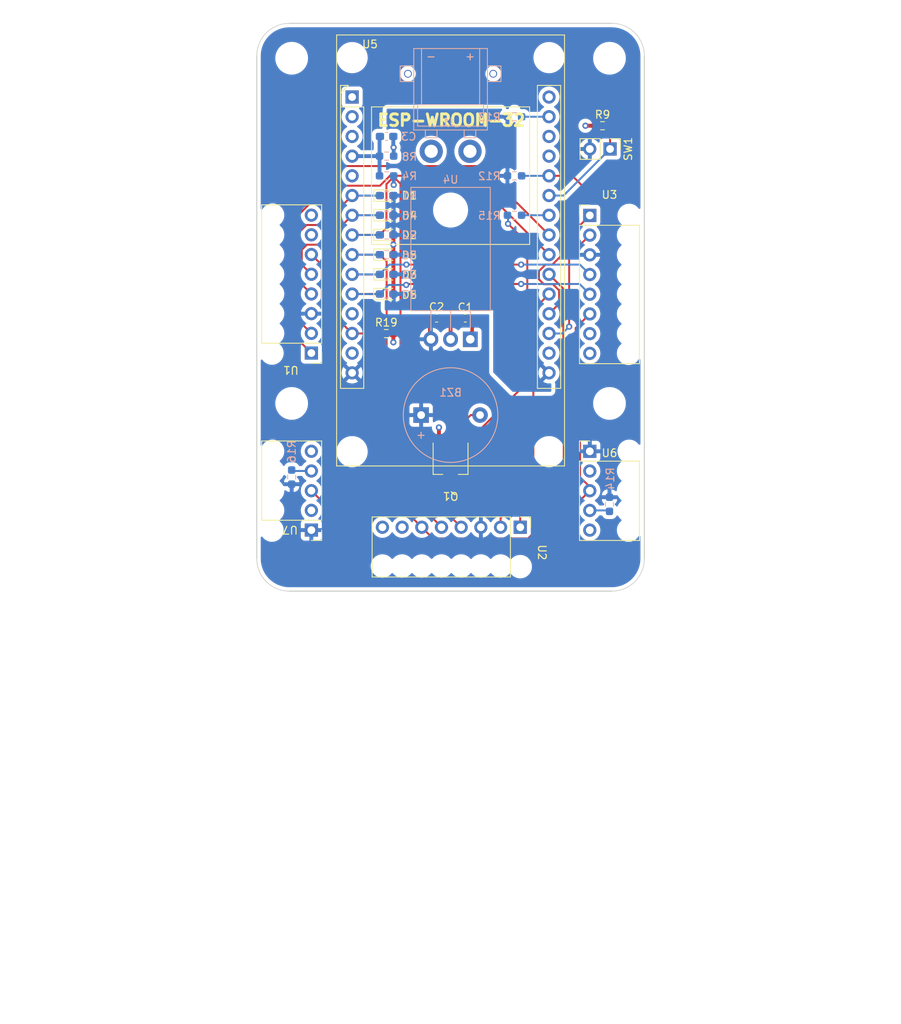
<source format=kicad_pcb>
(kicad_pcb (version 20211014) (generator pcbnew)
  (layers (0 "F.Cu" signal) (1 "In1.Cu" power) (2 "In2.Cu" power) (31 "B.Cu" signal) (34 "B.Paste" user) (35 "F.Paste" user) (36 "B.SilkS" user "B.Silkscreen") (37 "F.SilkS" user "F.Silkscreen") (38 "B.Mask" user) (39 "F.Mask" user) (44 "Edge.Cuts" user))
  (net 0 "")
  (net 1 "+5V")
  (net 2 "Net-(BZ1-Pad2)")
  (net 3 "+BATT")
  (net 4 "GND")
  (net 5 "Vsense")
  (net 6 "M1_DIR")
  (net 7 "M2_DIR")
  (net 8 "M3_DIR")
  (net 9 "M1_PWM")
  (net 10 "M2_PWM")
  (net 11 "M3_PWM")
  (net 12 "Net-(Q1-Pad2)")
  (net 13 "+3V3")
  (net 14 "SDA")
  (net 15 "SCL")
  (net 16 "Net-(R14-Pad2)")
  (net 17 "Valarm")
  (net 18 "Net-(R16-Pad2)")
  (net 19 "START")
  (net 21 "M1_ENCA")
  (net 22 "M1_ENCB")
  (net 23 "M2_ENCA")
  (net 24 "M2_ENCB")
  (net 25 "M3_ENCA")
  (net 26 "M3_ENCB")
  (net 32 "EMO")
  (footprint "Diode_SMD:D_0603_1608Metric_Pad1.05x0.95mm_HandSolder" (layer "F.Cu") (at -8.25 32.36)
    (fp_text reference "D3" (at 2.95 0.04) (layer "F.SilkS"))
    (fp_text value "D_Schottky")
    (pad "1" smd roundrect (at -0.875 0) (size 1.05 0.95) (layers "F.Cu" "F.Paste" "F.Mask") (net 8 "M3_DIR"))
    (pad "2" smd roundrect (at 0.875 0) (size 1.05 0.95) (layers "F.Cu" "F.Paste" "F.Mask") (net 4 "GND"))
  )
  (footprint "Resistor_SMD:R_0603_1608Metric_Pad0.98x0.95mm_HandSolder" (layer "F.Cu") (at -8.295 40)
    (fp_text reference "R19" (at 0 -1.43) (layer "F.SilkS"))
    (fp_text value "1k")
    (pad "1" smd roundrect (at -0.9125 0) (size 0.975 0.95) (layers "F.Cu" "F.Paste" "F.Mask") (net 32 "EMO"))
    (pad "2" smd roundrect (at 0.9125 0) (size 0.975 0.95) (layers "F.Cu" "F.Paste" "F.Mask") (net 4 "GND"))
  )
  (footprint "MountingHole:MountingHole_3.2mm_M3" (layer "F.Cu") (at 20.5 4.5)
    (fp_text reference "H1" hide)
    (fp_text value "MountingHole")
    (pad "" np_thru_hole circle (at 0 0) (size 3.2 3.2) (drill 3.2) (layers *.Cu *.Mask))
  )
  (footprint "Library:PinHeader_1x08_P2.54mm_StrainRelief" (layer "F.Cu") (at 17.96 18.9125)
    (fp_text reference "U3" (at 2.54 3.1875 unlocked) (layer "F.SilkS"))
    (fp_text value "Nidec_24H")
    (pad "" np_thru_hole circle (at 5 16.01) (size 1.7 1.7) (drill 2) (layers F&B.Cu *.Mask))
    (pad "" np_thru_hole circle (at 5 8.39) (size 1.7 1.7) (drill 2) (layers F&B.Cu *.Mask))
    (pad "" np_thru_hole circle (at 5 18.55) (size 1.7 1.7) (drill 2) (layers F&B.Cu *.Mask))
    (pad "" np_thru_hole circle (at 5 21.09) (size 1.7 1.7) (drill 2) (layers F&B.Cu *.Mask))
    (pad "" np_thru_hole circle (at 5 23.63) (size 1.7 1.7) (drill 2) (layers F&B.Cu *.Mask))
    (pad "" np_thru_hole circle (at 5 10.93) (size 1.7 1.7) (drill 2) (layers F&B.Cu *.Mask))
    (pad "" np_thru_hole circle (at 5.08 5.85) (size 1.7 1.7) (drill 2) (layers F&B.Cu *.Mask))
    (pad "" np_thru_hole circle (at 5 13.47) (size 1.7 1.7) (drill 2) (layers F&B.Cu *.Mask))
    (pad "1" thru_hole rect (at 0 5.85) (size 1.7 1.7) (drill 1) (layers *.Cu *.Mask) (net 25 "M3_ENCA"))
    (pad "2" thru_hole oval (at 0 8.39) (size 1.7 1.7) (drill 1) (layers *.Cu *.Mask) (net 26 "M3_ENCB"))
    (pad "3" thru_hole oval (at 0 10.93) (size 1.7 1.7) (drill 1) (layers *.Cu *.Mask) (net 1 "+5V"))
    (pad "4" thru_hole oval (at 0 13.47) (size 1.7 1.7) (drill 1) (layers *.Cu *.Mask) (net 8 "M3_DIR"))
    (pad "5" thru_hole oval (at 0 16.01) (size 1.7 1.7) (drill 1) (layers *.Cu *.Mask) (net 11 "M3_PWM"))
    (pad "6" thru_hole oval (at 0 18.55) (size 1.7 1.7) (drill 1) (layers *.Cu *.Mask) (net 32 "EMO"))
    (pad "7" thru_hole oval (at 0 21.09) (size 1.7 1.7) (drill 1) (layers *.Cu *.Mask) (net 4 "GND"))
    (pad "8" thru_hole oval (at 0 23.63) (size 1.7 1.7) (drill 1) (layers *.Cu *.Mask) (net 3 "+BATT"))
  )
  (footprint "Capacitor_SMD:C_0603_1608Metric_Pad1.08x0.95mm_HandSolder" (layer "F.Cu") (at -1.8 38)
    (fp_text reference "C2" (at 0 -1.43) (layer "F.SilkS"))
    (fp_text value "0.1uF")
    (pad "1" smd roundrect (at -0.8625 0) (size 1.075 0.95) (layers "F.Cu" "F.Paste" "F.Mask") (net 1 "+5V"))
    (pad "2" smd roundrect (at 0.8625 0) (size 1.075 0.95) (layers "F.Cu" "F.Paste" "F.Mask") (net 4 "GND"))
  )
  (footprint "Diode_SMD:D_0603_1608Metric_Pad1.05x0.95mm_HandSolder" (layer "F.Cu") (at -8.25 34.9)
    (fp_text reference "D6" (at 2.95 0.1) (layer "F.SilkS"))
    (fp_text value "D_Schottky")
    (pad "1" smd roundrect (at -0.875 0) (size 1.05 0.95) (layers "F.Cu" "F.Paste" "F.Mask") (net 11 "M3_PWM"))
    (pad "2" smd roundrect (at 0.875 0) (size 1.05 0.95) (layers "F.Cu" "F.Paste" "F.Mask") (net 4 "GND"))
  )
  (footprint "Diode_SMD:D_0603_1608Metric_Pad1.05x0.95mm_HandSolder" (layer "F.Cu") (at -8.25 29.82)
    (fp_text reference "D5" (at 2.95 0.08) (layer "F.SilkS"))
    (fp_text value "D_Schottky")
    (pad "1" smd roundrect (at -0.875 0) (size 1.05 0.95) (layers "F.Cu" "F.Paste" "F.Mask") (net 10 "M2_PWM"))
    (pad "2" smd roundrect (at 0.875 0) (size 1.05 0.95) (layers "F.Cu" "F.Paste" "F.Mask") (net 4 "GND"))
  )
  (footprint "Library:PinHeader_1x08_P2.54mm_StrainRelief" (layer "F.Cu") (at -17.96 48.356 180)
    (fp_text reference "U1" (at 2.64 3.656 180 unlocked) (layer "F.SilkS"))
    (fp_text value "Nidec_24H")
    (pad "" np_thru_hole circle (at 5 13.47 180) (size 1.7 1.7) (drill 2) (layers F&B.Cu *.Mask))
    (pad "" np_thru_hole circle (at 5.08 5.85 180) (size 1.7 1.7) (drill 2) (layers F&B.Cu *.Mask))
    (pad "" np_thru_hole circle (at 5 23.63 180) (size 1.7 1.7) (drill 2) (layers F&B.Cu *.Mask))
    (pad "" np_thru_hole circle (at 5 21.09 180) (size 1.7 1.7) (drill 2) (layers F&B.Cu *.Mask))
    (pad "" np_thru_hole circle (at 5 8.39 180) (size 1.7 1.7) (drill 2) (layers F&B.Cu *.Mask))
    (pad "" np_thru_hole circle (at 5 16.01 180) (size 1.7 1.7) (drill 2) (layers F&B.Cu *.Mask))
    (pad "" np_thru_hole circle (at 5 18.55 180) (size 1.7 1.7) (drill 2) (layers F&B.Cu *.Mask))
    (pad "" np_thru_hole circle (at 5 10.93 180) (size 1.7 1.7) (drill 2) (layers F&B.Cu *.Mask))
    (pad "1" thru_hole rect (at 0 5.85 180) (size 1.7 1.7) (drill 1) (layers *.Cu *.Mask) (net 21 "M1_ENCA"))
    (pad "2" thru_hole oval (at 0 8.39 180) (size 1.7 1.7) (drill 1) (layers *.Cu *.Mask) (net 22 "M1_ENCB"))
    (pad "3" thru_hole oval (at 0 10.93 180) (size 1.7 1.7) (drill 1) (layers *.Cu *.Mask) (net 1 "+5V"))
    (pad "4" thru_hole oval (at 0 13.47 180) (size 1.7 1.7) (drill 1) (layers *.Cu *.Mask) (net 6 "M1_DIR"))
    (pad "5" thru_hole oval (at 0 16.01 180) (size 1.7 1.7) (drill 1) (layers *.Cu *.Mask) (net 9 "M1_PWM"))
    (pad "6" thru_hole oval (at 0 18.55 180) (size 1.7 1.7) (drill 1) (layers *.Cu *.Mask) (net 32 "EMO"))
    (pad "7" thru_hole oval (at 0 21.09 180) (size 1.7 1.7) (drill 1) (layers *.Cu *.Mask) (net 4 "GND"))
    (pad "8" thru_hole oval (at 0 23.63 180) (size 1.7 1.7) (drill 1) (layers *.Cu *.Mask) (net 3 "+BATT"))
  )
  (footprint "Capacitor_SMD:C_0603_1608Metric_Pad1.08x0.95mm_HandSolder" (layer "F.Cu") (at 1.9 38 180)
    (fp_text reference "C1" (at 0 1.4) (layer "F.SilkS"))
    (fp_text value "0.33uF")
    (pad "1" smd roundrect (at -0.8625 0 180) (size 1.075 0.95) (layers "F.Cu" "F.Paste" "F.Mask") (net 3 "+BATT"))
    (pad "2" smd roundrect (at 0.8625 0 180) (size 1.075 0.95) (layers "F.Cu" "F.Paste" "F.Mask") (net 4 "GND"))
  )
  (footprint "Resistor_SMD:R_0603_1608Metric_Pad0.98x0.95mm_HandSolder" (layer "F.Cu") (at 19.6 13.2)
    (fp_text reference "R9" (at 0 -1.43) (layer "F.SilkS"))
    (fp_text value "1k")
    (pad "1" smd roundrect (at -0.9125 0) (size 0.975 0.95) (layers "F.Cu" "F.Paste" "F.Mask") (net 4 "GND"))
    (pad "2" smd roundrect (at 0.9125 0) (size 0.975 0.95) (layers "F.Cu" "F.Paste" "F.Mask") (net 19 "START"))
  )
  (footprint "Connector_PinHeader_2.54mm:PinHeader_1x02_P2.54mm_Vertical" (layer "F.Cu") (at 20.575 16.2 -90)
    (fp_text reference "SW1" (at 0 -2.33 90) (layer "F.SilkS"))
    (fp_text value "SW_Push")
    (pad "1" thru_hole rect (at 0 0 270) (size 1.7 1.7) (drill 1) (layers *.Cu *.Mask) (net 19 "START"))
    (pad "2" thru_hole oval (at 0 2.615 270) (size 1.7 1.7) (drill 1) (layers *.Cu *.Mask) (net 1 "+5V"))
  )
  (footprint "Library:AITRIP_ESP32" (layer "F.Cu") (at -12.7 9.5)
    (fp_text reference "U5" (at 2.3 -6.8 unlocked) (layer "F.SilkS"))
    (fp_text value "AITRIP_ESP32")
    (fp_text user "ESP-WROOM-32" (at 12.8 3 unlocked) (layer "F.SilkS") (effects (font (size 1.5 1.5) (thickness 0.375))))
    (pad "" np_thru_hole circle locked (at 0 -5.08) (size 1.7 1.7) (drill 3) (layers F&B.Cu *.Mask))
    (pad "" np_thru_hole circle locked (at 25.4 45.72) (size 1.7 1.7) (drill 3) (layers F&B.Cu *.Mask))
    (pad "" np_thru_hole circle locked (at 0 45.72) (size 1.7 1.7) (drill 3) (layers F&B.Cu *.Mask))
    (pad "" np_thru_hole circle locked (at 25.4 -5.08) (size 1.7 1.7) (drill 3) (layers F&B.Cu *.Mask))
    (pad "1" thru_hole rect locked (at 0 0) (size 1.7 1.7) (drill 1) (layers *.Cu *.Mask))
    (pad "2" thru_hole circle locked (at 0 2.54) (size 1.7 1.7) (drill 1) (layers *.Cu *.Mask))
    (pad "3" thru_hole circle locked (at 0 5.08) (size 1.7 1.7) (drill 1) (layers *.Cu *.Mask))
    (pad "4" thru_hole circle locked (at 0 7.62) (size 1.7 1.7) (drill 1) (layers *.Cu *.Mask) (net 5 "Vsense"))
    (pad "5" thru_hole circle locked (at 0 10.16) (size 1.7 1.7) (drill 1) (layers *.Cu *.Mask))
    (pad "6" thru_hole circle locked (at 0 12.7) (size 1.7 1.7) (drill 1) (layers *.Cu *.Mask) (net 6 "M1_DIR"))
    (pad "7" thru_hole circle locked (at 0 15.24) (size 1.7 1.7) (drill 1) (layers *.Cu *.Mask) (net 9 "M1_PWM"))
    (pad "8" thru_hole circle locked (at 0 17.78) (size 1.7 1.7) (drill 1) (layers *.Cu *.Mask) (net 7 "M2_DIR"))
    (pad "9" thru_hole circle locked (at 0 20.32) (size 1.7 1.7) (drill 1) (layers *.Cu *.Mask) (net 10 "M2_PWM"))
    (pad "10" thru_hole circle locked (at 0 22.86) (size 1.7 1.7) (drill 1) (layers *.Cu *.Mask) (net 8 "M3_DIR"))
    (pad "11" thru_hole circle locked (at 0 25.4) (size 1.7 1.7) (drill 1) (layers *.Cu *.Mask) (net 11 "M3_PWM"))
    (pad "12" thru_hole circle locked (at 0 27.94) (size 1.7 1.7) (drill 1) (layers *.Cu *.Mask))
    (pad "13" thru_hole circle locked (at 0 30.48) (size 1.7 1.7) (drill 1) (layers *.Cu *.Mask) (net 32 "EMO"))
    (pad "14" thru_hole circle locked (at 0 33.02) (size 1.7 1.7) (drill 1) (layers *.Cu *.Mask) (net 4 "GND"))
    (pad "15" thru_hole circle locked (at 0 35.56) (size 1.7 1.7) (drill 1) (layers *.Cu *.Mask) (net 1 "+5V"))
    (pad "16" thru_hole circle locked (at 25.4 0) (size 1.7 1.7) (drill 1) (layers *.Cu *.Mask))
    (pad "17" thru_hole circle locked (at 25.4 2.54) (size 1.7 1.7) (drill 1) (layers *.Cu *.Mask) (net 15 "SCL"))
    (pad "18" thru_hole circle locked (at 25.4 5.08) (size 1.7 1.7) (drill 1) (layers *.Cu *.Mask))
    (pad "19" thru_hole circle locked (at 25.4 7.62) (size 1.7 1.7) (drill 1) (layers *.Cu *.Mask))
    (pad "20" thru_hole circle locked (at 25.4 10.16) (size 1.7 1.7) (drill 1) (layers *.Cu *.Mask) (net 14 "SDA"))
    (pad "21" thru_hole circle locked (at 25.4 12.7) (size 1.7 1.7) (drill 1) (layers *.Cu *.Mask) (net 19 "START"))
    (pad "22" thru_hole circle locked (at 25.4 15.24) (size 1.7 1.7) (drill 1) (layers *.Cu *.Mask) (net 17 "Valarm"))
    (pad "23" thru_hole circle locked (at 25.4 17.78) (size 1.7 1.7) (drill 1) (layers *.Cu *.Mask) (net 21 "M1_ENCA"))
    (pad "24" thru_hole circle locked (at 25.4 20.32) (size 1.7 1.7) (drill 1) (layers *.Cu *.Mask) (net 22 "M1_ENCB"))
    (pad "25" thru_hole circle locked (at 25.4 22.86) (size 1.7 1.7) (drill 1) (layers *.Cu *.Mask) (net 23 "M2_ENCA"))
    (pad "26" thru_hole circle locked (at 25.4 25.4) (size 1.7 1.7) (drill 1) (layers *.Cu *.Mask) (net 24 "M2_ENCB"))
    (pad "27" thru_hole circle locked (at 25.4 27.94) (size 1.7 1.7) (drill 1) (layers *.Cu *.Mask) (net 25 "M3_ENCA"))
    (pad "28" thru_hole circle locked (at 25.4 30.48) (size 1.7 1.7) (drill 1) (layers *.Cu *.Mask) (net 26 "M3_ENCB"))
    (pad "29" thru_hole circle locked (at 25.4 33.02) (size 1.7 1.7) (drill 1) (layers *.Cu *.Mask) (net 4 "GND"))
    (pad "30" thru_hole circle locked (at 25.4 35.56) (size 1.7 1.7) (drill 1) (layers *.Cu *.Mask) (net 13 "+3V3"))
  )
  (footprint "Library:PinHeader_1x08_P2.54mm_StrainRelief" (layer "F.Cu") (at 14.8375 64.96 -90)
    (fp_text reference "U2" (at 3.24 3.0375 -90 unlocked) (layer "F.SilkS"))
    (fp_text value "Nidec_24H")
    (pad "" np_thru_hole circle (at 5 8.39 270) (size 1.7 1.7) (drill 2) (layers F&B.Cu *.Mask))
    (pad "" np_thru_hole circle (at 5 13.47 270) (size 1.7 1.7) (drill 2) (layers F&B.Cu *.Mask))
    (pad "" np_thru_hole circle (at 5 23.63 270) (size 1.7 1.7) (drill 2) (layers F&B.Cu *.Mask))
    (pad "" np_thru_hole circle (at 5 10.93 270) (size 1.7 1.7) (drill 2) (layers F&B.Cu *.Mask))
    (pad "" np_thru_hole circle (at 5.08 5.85 270) (size 1.7 1.7) (drill 2) (layers F&B.Cu *.Mask))
    (pad "" np_thru_hole circle (at 5 21.09 270) (size 1.7 1.7) (drill 2) (layers F&B.Cu *.Mask))
    (pad "" np_thru_hole circle (at 5 18.55 270) (size 1.7 1.7) (drill 2) (layers F&B.Cu *.Mask))
    (pad "" np_thru_hole circle (at 5 16.01 270) (size 1.7 1.7) (drill 2) (layers F&B.Cu *.Mask))
    (pad "1" thru_hole rect (at 0 5.85 270) (size 1.7 1.7) (drill 1) (layers *.Cu *.Mask) (net 23 "M2_ENCA"))
    (pad "2" thru_hole oval (at 0 8.39 270) (size 1.7 1.7) (drill 1) (layers *.Cu *.Mask) (net 24 "M2_ENCB"))
    (pad "3" thru_hole oval (at 0 10.93 270) (size 1.7 1.7) (drill 1) (layers *.Cu *.Mask) (net 1 "+5V"))
    (pad "4" thru_hole oval (at 0 13.47 270) (size 1.7 1.7) (drill 1) (layers *.Cu *.Mask) (net 7 "M2_DIR"))
    (pad "5" thru_hole oval (at 0 16.01 270) (size 1.7 1.7) (drill 1) (layers *.Cu *.Mask) (net 10 "M2_PWM"))
    (pad "6" thru_hole oval (at 0 18.55 270) (size 1.7 1.7) (drill 1) (layers *.Cu *.Mask) (net 32 "EMO"))
    (pad "7" thru_hole oval (at 0 21.09 270) (size 1.7 1.7) (drill 1) (layers *.Cu *.Mask) (net 4 "GND"))
    (pad "8" thru_hole oval (at 0 23.63 270) (size 1.7 1.7) (drill 1) (layers *.Cu *.Mask) (net 3 "+BATT"))
  )
  (footprint "Diode_SMD:D_0603_1608Metric_Pad1.05x0.95mm_HandSolder" (layer "F.Cu") (at -8.25 27.28)
    (fp_text reference "D2" (at 2.95 0.02) (layer "F.SilkS"))
    (fp_text value "D_Schottky")
    (pad "1" smd roundrect (at -0.875 0) (size 1.05 0.95) (layers "F.Cu" "F.Paste" "F.Mask") (net 7 "M2_DIR"))
    (pad "2" smd roundrect (at 0.875 0) (size 1.05 0.95) (layers "F.Cu" "F.Paste" "F.Mask") (net 4 "GND"))
  )
  (footprint "Library:Pinheader_1x05_P2.54mm_StrainRelief" (layer "F.Cu") (at 17.91 49.1225)
    (fp_text reference "U6" (at 2.59 6.2775 unlocked) (layer "F.SilkS"))
    (fp_text value "MPU6050")
    (pad "" np_thru_hole circle (at 5.05 16.21) (size 1.7 1.7) (drill 2) (layers F&B.Cu *.Mask))
    (pad "" np_thru_hole circle (at 5.05 8.59) (size 1.7 1.7) (drill 2) (layers F&B.Cu *.Mask))
    (pad "" np_thru_hole circle (at 5.05 13.67) (size 1.7 1.7) (drill 2) (layers F&B.Cu *.Mask))
    (pad "" np_thru_hole circle (at 5.05 11.13) (size 1.7 1.7) (drill 2) (layers F&B.Cu *.Mask))
    (pad "" np_thru_hole circle (at 5.13 6.05) (size 1.7 1.7) (drill 2) (layers F&B.Cu *.Mask))
    (pad "1" thru_hole rect (at 0.05 6.05) (size 1.7 1.7) (drill 1) (layers *.Cu *.Mask) (net 1 "+5V"))
    (pad "2" thru_hole oval (at 0.05 8.59) (size 1.7 1.7) (drill 1) (layers *.Cu *.Mask) (net 4 "GND"))
    (pad "3" thru_hole oval (at 0.05 11.13) (size 1.7 1.7) (drill 1) (layers *.Cu *.Mask) (net 14 "SDA"))
    (pad "4" thru_hole oval (at 0.05 13.67) (size 1.7 1.7) (drill 1) (layers *.Cu *.Mask) (net 16 "Net-(R14-Pad2)"))
    (pad "5" thru_hole oval (at 0.05 16.21) (size 1.7 1.7) (drill 1) (layers *.Cu *.Mask))
  )
  (footprint "Library:Pinheader_1x05_P2.54mm_StrainRelief" (layer "F.Cu") (at -17.91 71.3775 180)
    (fp_text reference "U7" (at 2.79 6.0775 180 unlocked) (layer "F.SilkS"))
    (fp_text value "MPU6050")
    (pad "" np_thru_hole circle (at 5.13 6.05 180) (size 1.7 1.7) (drill 2) (layers F&B.Cu *.Mask))
    (pad "" np_thru_hole circle (at 5.05 8.59 180) (size 1.7 1.7) (drill 2) (layers F&B.Cu *.Mask))
    (pad "" np_thru_hole circle (at 5.05 16.21 180) (size 1.7 1.7) (drill 2) (layers F&B.Cu *.Mask))
    (pad "" np_thru_hole circle (at 5.05 11.13 180) (size 1.7 1.7) (drill 2) (layers F&B.Cu *.Mask))
    (pad "" np_thru_hole circle (at 5.05 13.67 180) (size 1.7 1.7) (drill 2) (layers F&B.Cu *.Mask))
    (pad "1" thru_hole rect (at 0.05 6.05 180) (size 1.7 1.7) (drill 1) (layers *.Cu *.Mask) (net 1 "+5V"))
    (pad "2" thru_hole oval (at 0.05 8.59 180) (size 1.7 1.7) (drill 1) (layers *.Cu *.Mask) (net 4 "GND"))
    (pad "3" thru_hole oval (at 0.05 11.13 180) (size 1.7 1.7) (drill 1) (layers *.Cu *.Mask) (net 14 "SDA"))
    (pad "4" thru_hole oval (at 0.05 13.67 180) (size 1.7 1.7) (drill 1) (layers *.Cu *.Mask) (net 18 "Net-(R16-Pad2)"))
    (pad "5" thru_hole oval (at 0.05 16.21 180) (size 1.7 1.7) (drill 1) (layers *.Cu *.Mask))
  )
  (footprint "MountingHole:MountingHole_3.2mm_M3" (layer "F.Cu") (at 20.5 49)
    (fp_text reference "H3" hide)
    (fp_text value "MountingHole")
    (pad "" np_thru_hole circle (at 0 0) (size 3.2 3.2) (drill 3.2) (layers *.Cu *.Mask))
  )
  (footprint "Diode_SMD:D_0603_1608Metric_Pad1.05x0.95mm_HandSolder" (layer "F.Cu") (at -8.25 22.2)
    (fp_text reference "D1" (at 2.95 0) (layer "F.SilkS"))
    (fp_text value "D_Schottky")
    (pad "1" smd roundrect (at -0.875 0) (size 1.05 0.95) (layers "F.Cu" "F.Paste" "F.Mask") (net 6 "M1_DIR"))
    (pad "2" smd roundrect (at 0.875 0) (size 1.05 0.95) (layers "F.Cu" "F.Paste" "F.Mask") (net 4 "GND"))
  )
  (footprint "MountingHole:MountingHole_3.2mm_M3" (layer "F.Cu") (at -20.5 4.5)
    (fp_text reference "H2" hide)
    (fp_text value "MountingHole")
    (pad "" np_thru_hole circle (at 0 0) (size 3.2 3.2) (drill 3.2) (layers *.Cu *.Mask))
  )
  (footprint "Library:TO-243AA" (layer "F.Cu") (at 0 53.7 180)
    (fp_text reference "Q1" (at 0 -7.25 180 unlocked) (layer "F.SilkS"))
    (fp_text value "2SD1620-TD-E")
    (fp_poly (pts (xy 1 -4.25) (xy 1 -1.55) (xy 0.5 -1.05) (xy 0.5 -0.5) (xy -0.5 -0.5) (xy -0.5 -1.05) (xy -1 -1.55) (xy -1 -4.25) (xy -0.5 -4.75) (xy 0.5 -4.75)) (layer "F.Cu") (width 0) (fill solid))
    (pad "1" smd roundrect (at 1.5 0 180) (size 1 1.5) (layers "F.Cu" "F.Paste" "F.Mask") (net 4 "GND"))
    (pad "2" smd roundrect (at -1.5 0 180) (size 1 1.5) (layers "F.Cu" "F.Paste" "F.Mask") (net 12 "Net-(Q1-Pad2)"))
    (pad "3" smd roundrect (at 0 0 180) (size 1 1.5) (layers "F.Cu" "F.Paste" "F.Mask") (net 2 "Net-(BZ1-Pad2)"))
  )
  (footprint "Diode_SMD:D_0603_1608Metric_Pad1.05x0.95mm_HandSolder" (layer "F.Cu") (at -8.25 24.74)
    (fp_text reference "D4" (at 2.95 0.06) (layer "F.SilkS"))
    (fp_text value "D_Schottky")
    (pad "1" smd roundrect (at -0.875 0) (size 1.05 0.95) (layers "F.Cu" "F.Paste" "F.Mask") (net 9 "M1_PWM"))
    (pad "2" smd roundrect (at 0.875 0) (size 1.05 0.95) (layers "F.Cu" "F.Paste" "F.Mask") (net 4 "GND"))
  )
  (footprint "MountingHole:MountingHole_3.2mm_M3" (layer "F.Cu") (at -20.5 49)
    (fp_text reference "H4" hide)
    (fp_text value "MountingHole")
    (pad "" np_thru_hole circle (at 0 0) (size 3.2 3.2) (drill 3.2) (layers *.Cu *.Mask))
  )
  (footprint "Resistor_SMD:R_0603_1608Metric_Pad0.98x0.95mm_HandSolder" (layer "B.Cu") (at -8.25 34.9 180)
    (fp_text reference "R7" (at -2.95 -0.1) (layer "B.SilkS") (effects (justify mirror)))
    (fp_text value "DNP")
    (pad "1" smd roundrect (at -0.9125 0 180) (size 0.975 0.95) (layers "B.Cu" "B.Paste" "B.Mask") (net 13 "+3V3"))
    (pad "2" smd roundrect (at 0.9125 0 180) (size 0.975 0.95) (layers "B.Cu" "B.Paste" "B.Mask") (net 11 "M3_PWM"))
  )
  (footprint "Resistor_SMD:R_0603_1608Metric_Pad0.98x0.95mm_HandSolder" (layer "B.Cu") (at -8.25 22.2 180)
    (fp_text reference "R1" (at -2.95 0) (layer "B.SilkS") (effects (justify mirror)))
    (fp_text value "DNP")
    (pad "1" smd roundrect (at -0.9125 0 180) (size 0.975 0.95) (layers "B.Cu" "B.Paste" "B.Mask") (net 13 "+3V3"))
    (pad "2" smd roundrect (at 0.9125 0 180) (size 0.975 0.95) (layers "B.Cu" "B.Paste" "B.Mask") (net 6 "M1_DIR"))
  )
  (footprint "Resistor_SMD:R_0603_1608Metric_Pad0.98x0.95mm_HandSolder" (layer "B.Cu") (at -8.25 24.74 180)
    (fp_text reference "R5" (at -2.95 -0.06) (layer "B.SilkS") (effects (justify mirror)))
    (fp_text value "DNP")
    (pad "1" smd roundrect (at -0.9125 0 180) (size 0.975 0.95) (layers "B.Cu" "B.Paste" "B.Mask") (net 13 "+3V3"))
    (pad "2" smd roundrect (at 0.9125 0 180) (size 0.975 0.95) (layers "B.Cu" "B.Paste" "B.Mask") (net 9 "M1_PWM"))
  )
  (footprint "Resistor_SMD:R_0603_1608Metric_Pad0.98x0.95mm_HandSolder" (layer "B.Cu") (at -8.25 27.28 180)
    (fp_text reference "R2" (at -2.95 -0.02) (layer "B.SilkS") (effects (justify mirror)))
    (fp_text value "DNP")
    (pad "1" smd roundrect (at -0.9125 0 180) (size 0.975 0.95) (layers "B.Cu" "B.Paste" "B.Mask") (net 13 "+3V3"))
    (pad "2" smd roundrect (at 0.9125 0 180) (size 0.975 0.95) (layers "B.Cu" "B.Paste" "B.Mask") (net 7 "M2_DIR"))
  )
  (footprint "Capacitor_SMD:C_0603_1608Metric_Pad1.08x0.95mm_HandSolder" (layer "B.Cu") (at -8.25 14.58)
    (fp_text reference "C3" (at 2.85 0.02) (layer "B.SilkS") (effects (justify mirror)))
    (fp_text value "0.33uF")
    (pad "1" smd roundrect (at -0.8625 0) (size 1.075 0.95) (layers "B.Cu" "B.Paste" "B.Mask") (net 5 "Vsense"))
    (pad "2" smd roundrect (at 0.8625 0) (size 1.075 0.95) (layers "B.Cu" "B.Paste" "B.Mask") (net 4 "GND"))
  )
  (footprint "Resistor_SMD:R_0603_1608Metric_Pad0.98x0.95mm_HandSolder" (layer "B.Cu") (at -20.5 58.5 90)
    (fp_text reference "R16" (at 3.3 0 90) (layer "B.SilkS") (effects (justify mirror)))
    (fp_text value "DNP")
    (pad "1" smd roundrect (at -0.9125 0 90) (size 0.975 0.95) (layers "B.Cu" "B.Paste" "B.Mask") (net 1 "+5V"))
    (pad "2" smd roundrect (at 0.9125 0 90) (size 0.975 0.95) (layers "B.Cu" "B.Paste" "B.Mask") (net 18 "Net-(R16-Pad2)"))
  )
  (footprint "Package_TO_SOT_THT:TO-220-3_Horizontal_TabDown" (layer "B.Cu") (at 2.54 40.73 180)
    (fp_text reference "U4" (at 2.54 20.58) (layer "B.SilkS") (effects (justify mirror)))
    (fp_text value "LM7805_TO220")
    (pad "" np_thru_hole oval (at 2.54 16.66 180) (size 3.5 3.5) (drill 3.5) (layers *.Cu *.Mask))
    (pad "1" thru_hole rect (at 0 0 180) (size 1.905 2) (drill 1.1) (layers *.Cu *.Mask) (net 3 "+BATT"))
    (pad "2" thru_hole oval (at 2.54 0 180) (size 1.905 2) (drill 1.1) (layers *.Cu *.Mask) (net 4 "GND"))
    (pad "3" thru_hole oval (at 5.08 0 180) (size 1.905 2) (drill 1.1) (layers *.Cu *.Mask) (net 1 "+5V"))
  )
  (footprint "Buzzer_Beeper:Buzzer_12x9.5RM7.6" (layer "B.Cu") (at -3.8 50.5)
    (fp_text reference "BZ1" (at 3.8 -2.9) (layer "B.SilkS") (effects (justify mirror)))
    (fp_text value "WST-1210T")
    (fp_text user "+" (at -0.01 2.54) (layer "B.SilkS") (effects (justify mirror)))
    (pad "1" thru_hole rect (at 0 0) (size 2 2) (drill 1) (layers *.Cu *.Mask) (net 1 "+5V"))
    (pad "2" thru_hole circle (at 7.6 0) (size 2 2) (drill 1) (layers *.Cu *.Mask) (net 2 "Net-(BZ1-Pad2)"))
  )
  (footprint "Resistor_SMD:R_0603_1608Metric_Pad0.98x0.95mm_HandSolder" (layer "B.Cu") (at -8.25 19.66 180)
    (fp_text reference "R4" (at -2.95 -0.04) (layer "B.SilkS") (effects (justify mirror)))
    (fp_text value "10k")
    (pad "1" smd roundrect (at -0.9125 0 180) (size 0.975 0.95) (layers "B.Cu" "B.Paste" "B.Mask") (net 3 "+BATT"))
    (pad "2" smd roundrect (at 0.9125 0 180) (size 0.975 0.95) (layers "B.Cu" "B.Paste" "B.Mask") (net 5 "Vsense"))
  )
  (footprint "Resistor_SMD:R_0603_1608Metric_Pad0.98x0.95mm_HandSolder" (layer "B.Cu") (at -8.25 17.12)
    (fp_text reference "R8" (at 2.95 0.08) (layer "B.SilkS") (effects (justify mirror)))
    (fp_text value "30k")
    (pad "1" smd roundrect (at -0.9125 0) (size 0.975 0.95) (layers "B.Cu" "B.Paste" "B.Mask") (net 5 "Vsense"))
    (pad "2" smd roundrect (at 0.9125 0) (size 0.975 0.95) (layers "B.Cu" "B.Paste" "B.Mask") (net 4 "GND"))
  )
  (footprint "Resistor_SMD:R_0603_1608Metric_Pad0.98x0.95mm_HandSolder" (layer "B.Cu") (at -8.25 29.82 180)
    (fp_text reference "R6" (at -2.95 -0.08) (layer "B.SilkS") (effects (justify mirror)))
    (fp_text value "DNP")
    (pad "1" smd roundrect (at -0.9125 0 180) (size 0.975 0.95) (layers "B.Cu" "B.Paste" "B.Mask") (net 13 "+3V3"))
    (pad "2" smd roundrect (at 0.9125 0 180) (size 0.975 0.95) (layers "B.Cu" "B.Paste" "B.Mask") (net 10 "M2_PWM"))
  )
  (footprint "Resistor_SMD:R_0603_1608Metric_Pad0.98x0.95mm_HandSolder" (layer "B.Cu") (at 8.25 19.66)
    (fp_text reference "R12" (at -3.25 0.04) (layer "B.SilkS") (effects (justify mirror)))
    (fp_text value "DNP")
    (pad "1" smd roundrect (at -0.9125 0) (size 0.975 0.95) (layers "B.Cu" "B.Paste" "B.Mask") (net 13 "+3V3"))
    (pad "2" smd roundrect (at 0.9125 0) (size 0.975 0.95) (layers "B.Cu" "B.Paste" "B.Mask") (net 14 "SDA"))
  )
  (footprint "Resistor_SMD:R_0603_1608Metric_Pad0.98x0.95mm_HandSolder" (layer "B.Cu") (at 20.5 62 -90)
    (fp_text reference "R14" (at -3.3 -0.1 90) (layer "B.SilkS") (effects (justify mirror)))
    (fp_text value "DNP")
    (pad "1" smd roundrect (at -0.9125 0 270) (size 0.975 0.95) (layers "B.Cu" "B.Paste" "B.Mask") (net 1 "+5V"))
    (pad "2" smd roundrect (at 0.9125 0 270) (size 0.975 0.95) (layers "B.Cu" "B.Paste" "B.Mask") (net 16 "Net-(R14-Pad2)"))
  )
  (footprint "Resistor_SMD:R_0603_1608Metric_Pad0.98x0.95mm_HandSolder" (layer "B.Cu") (at 8.25 12.04)
    (fp_text reference "R13" (at -3.25 0.06) (layer "B.SilkS") (effects (justify mirror)))
    (fp_text value "DNP")
    (pad "1" smd roundrect (at -0.9125 0) (size 0.975 0.95) (layers "B.Cu" "B.Paste" "B.Mask") (net 13 "+3V3"))
    (pad "2" smd roundrect (at 0.9125 0) (size 0.975 0.95) (layers "B.Cu" "B.Paste" "B.Mask") (net 15 "SCL"))
  )
  (footprint "Resistor_SMD:R_0603_1608Metric_Pad0.98x0.95mm_HandSolder" (layer "B.Cu") (at 8.25 24.74 180)
    (fp_text reference "R15" (at 3.25 -0.06) (layer "B.SilkS") (effects (justify mirror)))
    (fp_text value "1k")
    (pad "1" smd roundrect (at -0.9125 0 180) (size 0.975 0.95) (layers "B.Cu" "B.Paste" "B.Mask") (net 17 "Valarm"))
    (pad "2" smd roundrect (at 0.9125 0 180) (size 0.975 0.95) (layers "B.Cu" "B.Paste" "B.Mask") (net 12 "Net-(Q1-Pad2)"))
  )
  (footprint "Library:XT30PW_M" (layer "B.Cu") (at 0 16.5 180)
    (fp_text reference "J1" (at 0.25 3.75 unlocked) (layer "B.SilkS") (effects (justify mirror)))
    (fp_text value "XT30")
    (fp_text user "+     -" (at 0 12.25 unlocked) (layer "B.SilkS") (effects (justify mirror)))
    (pad "" np_thru_hole circle (at -5.5 10 180) (size 1 1) (drill 0.762) (layers F&B.Cu *.Mask))
    (pad "" np_thru_hole circle (at 5.5 10 180) (size 1 1) (drill 0.762) (layers F&B.Cu *.Mask))
    (pad "1" thru_hole circle (at -2.5 0 180) (size 3 3) (drill 1.7) (layers *.Cu *.Mask) (net 3 "+BATT"))
    (pad "2" thru_hole circle (at 2.5 0 180) (size 3 3) (drill 1.7) (layers *.Cu *.Mask) (net 4 "GND"))
  )
  (footprint "Resistor_SMD:R_0603_1608Metric_Pad0.98x0.95mm_HandSolder" (layer "B.Cu") (at -8.25 32.36 180)
    (fp_text reference "R3" (at -2.95 -0.04) (layer "B.SilkS") (effects (justify mirror)))
    (fp_text value "DNP")
    (pad "1" smd roundrect (at -0.9125 0 180) (size 0.975 0.95) (layers "B.Cu" "B.Paste" "B.Mask") (net 13 "+3V3"))
    (pad "2" smd roundrect (at 0.9125 0 180) (size 0.975 0.95) (layers "B.Cu" "B.Paste" "B.Mask") (net 8 "M3_DIR"))
  )
  (gr_arc (start 25 69) (mid 23.769848 71.969848) (end 20.8 73.2) (layer "Edge.Cuts") (width 0.1))
  (gr_arc (start -25 4.2) (mid -23.769848 1.230152) (end -20.8 0) (layer "Edge.Cuts") (width 0.1))
  (gr_arc (start -20.8 73.2) (mid -23.769848 71.969848) (end -25 69) (layer "Edge.Cuts") (width 0.1))
  (gr_arc (start 20.8 0) (mid 23.769848 1.230152) (end 25 4.2) (layer "Edge.Cuts") (width 0.1))
  (gr_line (start -25 4.2) (end -25 69) (layer "Edge.Cuts") (width 0.15))
  (gr_line (start 20.8 73.2) (end -20.8 73.2) (layer "Edge.Cuts") (width 0.15))
  (gr_line (start 25 4.2) (end 25 69) (layer "Edge.Cuts") (width 0.15))
  (gr_line (start -20.8 0) (end 20.8 0) (layer "Edge.Cuts") (width 0.15))
  (segment (start -2.662 39.304) (end -2.6625 39.3035) (width 0.5) (layer "F.Cu") (net 1))
  (segment (start -2.662 38) (end -2.662 39.304) (width 0.5) (layer "F.Cu") (net 1))
  (segment (start -2.662 40.608) (end -2.54 40.73) (width 0.5) (layer "F.Cu") (net 1))
  (segment (start -2.662 39.304) (end -2.662 40.608) (width 0.5) (layer "F.Cu") (net 1))
  (segment (start -2.6625 39.3035) (end -2.6625 38) (width 0.5) (layer "F.Cu") (net 1))
  (segment (start 2.6 50.5) (end 3.8 50.5) (width 0.25) (layer "F.Cu") (net 2))
  (segment (start 0 53.7) (end 0 53.1) (width 0.25) (layer "F.Cu") (net 2))
  (segment (start 0 53.1) (end 2.6 50.5) (width 0.25) (layer "F.Cu") (net 2))
  (segment (start 2.762 39.254) (end 2.7625 39.2535) (width 0.5) (layer "F.Cu") (net 3))
  (segment (start 2.762 39.254) (end 2.762 40.508) (width 0.5) (layer "F.Cu") (net 3))
  (segment (start 2.7625 39.2535) (end 2.7625 38) (width 0.5) (layer "F.Cu") (net 3))
  (segment (start 2.762 38) (end 2.762 39.254) (width 0.5) (layer "F.Cu") (net 3))
  (segment (start 2.762 40.508) (end 2.54 40.73) (width 0.5) (layer "F.Cu") (net 3))
  (via (at -7.3375 20.8255) (size 0.8) (drill 0.4) (layers "F.Cu" "B.Cu") (net 3))
  (segment (start -7.233 20.93) (end -7.3375 20.8255) (width 0.5) (layer "B.Cu") (net 3))
  (segment (start -7.3375 20.8255) (end -7.3375 19.66) (width 0.5) (layer "B.Cu") (net 3))
  (segment (start -7.375 29.82) (end -7.375 32.36) (width 0.5) (layer "F.Cu") (net 4))
  (segment (start 18.6875 13.2) (end 17.4 13.2) (width 0.5) (layer "F.Cu") (net 4))
  (segment (start -7.375 26.01) (end -7.375 27.28) (width 0.5) (layer "F.Cu") (net 4))
  (segment (start -7.375 22.2) (end -7.375 24.74) (width 0.5) (layer "F.Cu") (net 4))
  (segment (start -7.375 27.28) (end -7.375 29.82) (width 0.5) (layer "F.Cu") (net 4))
  (segment (start -7.375 26.01) (end -7.375 24.74) (width 0.5) (layer "F.Cu") (net 4))
  (segment (start -0.9375 38) (end 0 38) (width 0.5) (layer "F.Cu") (net 4))
  (segment (start -1.5 53.7) (end -1.5 52.1) (width 0.5) (layer "F.Cu") (net 4))
  (segment (start 0 40.73) (end 0 38) (width 0.5) (layer "F.Cu") (net 4))
  (segment (start -0.938 38) (end -0.9375 38) (width 0.5) (layer "F.Cu") (net 4))
  (segment (start -7.3825 40) (end -7.3825 41.1172) (width 0.5) (layer "F.Cu") (net 4))
  (segment (start 1.0375 38) (end 1.038 38) (width 0.5) (layer "F.Cu") (net 4))
  (segment (start -7.375 32.36) (end -7.375 34.9) (width 0.5) (layer "F.Cu") (net 4))
  (segment (start 0 38) (end 1.0375 38) (width 0.5) (layer "F.Cu") (net 4))
  (via (at -7.3825 41.1172) (size 0.8) (drill 0.4) (layers "F.Cu" "B.Cu") (net 4))
  (via (at -1.5 52.1) (size 0.8) (drill 0.4) (layers "F.Cu" "B.Cu") (net 4))
  (via (at -7.352 15.998) (size 0.8) (drill 0.4) (layers "F.Cu" "B.Cu") (net 4))
  (via (at 17.4 13.2) (size 0.8) (drill 0.4) (layers "F.Cu" "B.Cu") (net 4))
  (via (at -7.375 28.525) (size 0.8) (drill 0.4) (layers "F.Cu" "B.Cu") (net 4))
  (segment (start -7.3875 15.9625) (end -7.3875 14.58) (width 0.5) (layer "B.Cu") (net 4))
  (segment (start -7.3375 16.0125) (end -7.352 15.998) (width 0.5) (layer "B.Cu") (net 4))
  (segment (start -7.3375 17.12) (end -7.3375 16.0125) (width 0.5) (layer "B.Cu") (net 4))
  (segment (start -7.352 15.998) (end -7.3875 15.9625) (width 0.5) (layer "B.Cu") (net 4))
  (segment (start -9.1625 17.12) (end -9.162 17.12) (width 0.5) (layer "B.Cu") (net 5))
  (segment (start -9.1125 14.5805) (end -9.1125 14.58) (width 0.25) (layer "B.Cu") (net 5))
  (segment (start -9.162 17.12) (end -9.162 14.63) (width 0.5) (layer "B.Cu") (net 5))
  (segment (start -9.1125 14.5805) (end -9.112 14.58) (width 0.5) (layer "B.Cu") (net 5))
  (segment (start -12.7 17.12) (end -9.1625 17.12) (width 0.5) (layer "B.Cu") (net 5))
  (segment (start -9.162 14.63) (end -9.1125 14.5805) (width 0.5) (layer "B.Cu") (net 5))
  (segment (start -9.1625 17.12) (end -9.1625 19.66) (width 0.5) (layer "B.Cu") (net 5))
  (segment (start -9.13 22.205) (end -9.125 22.2) (width 0.25) (layer "F.Cu") (net 6))
  (segment (start -17.96 34.886) (end -19.7 33.146) (width 0.25) (layer "F.Cu") (net 6))
  (segment (start -9.135 22.2) (end -12.7 22.2) (width 0.25) (layer "F.Cu") (net 6))
  (segment (start -18.596 25.996) (end -16.496 25.996) (width 0.25) (layer "F.Cu") (net 6))
  (segment (start -19.7 33.146) (end -19.7 27.1) (width 0.25) (layer "F.Cu") (net 6))
  (segment (start -16.496 25.996) (end -12.7 22.2) (width 0.25) (layer "F.Cu") (net 6))
  (segment (start -9.13 22.205) (end -9.135 22.2) (width 0.25) (layer "F.Cu") (net 6))
  (segment (start -19.7 27.1) (end -18.596 25.996) (width 0.25) (layer "F.Cu") (net 6))
  (segment (start -9.125 22.21) (end -9.13 22.205) (width 0.25) (layer "F.Cu") (net 6))
  (segment (start -9.1625 22.2) (end -12.7 22.2) (width 0.25) (layer "B.Cu") (net 6))
  (segment (start -7.637598 20.101) (end -8.2739 20.737302) (width 0.25) (layer "F.Cu") (net 7))
  (segment (start -9.155 27.28) (end -9.3823 27.28) (width 0.25) (layer "F.Cu") (net 7))
  (segment (start -9.3823 27.28) (end -12.7 27.28) (width 0.25) (layer "F.Cu") (net 7))
  (segment (start -8.2739 20.737302) (end -8.2739 26.3989) (width 0.25) (layer "F.Cu") (net 7))
  (segment (start -7.037402 20.101) (end -7.637598 20.101) (width 0.25) (layer "F.Cu") (net 7))
  (segment (start -6.4626 20.675802) (end -7.037402 20.101) (width 0.25) (layer "F.Cu") (net 7))
  (segment (start -6.4626 57.1299) (end -6.4626 20.675802) (width 0.25) (layer "F.Cu") (net 7))
  (segment (start -9.3823 27.28) (end -9.155 27.28) (width 0.25) (layer "F.Cu") (net 7))
  (segment (start 1.3675 64.96) (end -6.4626 57.1299) (width 0.25) (layer "F.Cu") (net 7))
  (segment (start -8.2739 26.3989) (end -9.155 27.28) (width 0.25) (layer "F.Cu") (net 7))
  (segment (start -9.155 27.28) (end -9.125 27.28) (width 0.25) (layer "F.Cu") (net 7))
  (segment (start -12.7 27.28) (end -9.1625 27.28) (width 0.25) (layer "B.Cu") (net 7))
  (segment (start -9.125 32.5) (end -9.265 32.36) (width 0.25) (layer "F.Cu") (net 8))
  (segment (start -10.9825 32.36) (end -9.265 32.36) (width 0.25) (layer "F.Cu") (net 8))
  (segment (start -10.9825 32.36) (end -12.7 32.36) (width 0.25) (layer "F.Cu") (net 8))
  (segment (start -9.265 32.36) (end -10.9825 32.36) (width 0.25) (layer "F.Cu") (net 8))
  (segment (start -9.265 32.36) (end -9.125 32.36) (width 0.25) (layer "F.Cu") (net 8))
  (segment (start -5.7 31.1) (end 9.1 31.1) (width 0.25) (layer "F.Cu") (net 8))
  (via (at 9.1 31.1) (size 0.8) (drill 0.4) (layers "F.Cu" "B.Cu") (net 8))
  (via (at -5.7 31.1) (size 0.8) (drill 0.4) (layers "F.Cu" "B.Cu") (net 8))
  (segment (start 16.6775 31.1) (end 17.96 32.3825) (width 0.25) (layer "B.Cu") (net 8))
  (segment (start 9.1 31.1) (end 16.6775 31.1) (width 0.25) (layer "B.Cu") (net 8))
  (segment (start -9.1625 32.36) (end -12.7 32.36) (width 0.25) (layer "B.Cu") (net 8))
  (segment (start -9.1625 32.36) (end -7.9025 31.1) (width 0.25) (layer "B.Cu") (net 8))
  (segment (start -7.9025 31.1) (end -5.7 31.1) (width 0.25) (layer "B.Cu") (net 8))
  (segment (start -9.14 24.725) (end -9.155 24.74) (width 0.25) (layer "F.Cu") (net 9))
  (segment (start -9.155 24.74) (end -12.7 24.74) (width 0.25) (layer "F.Cu") (net 9))
  (segment (start -19.2 29.2) (end -19.2 31.106) (width 0.25) (layer "F.Cu") (net 9))
  (segment (start -18.536 28.536) (end -19.2 29.2) (width 0.25) (layer "F.Cu") (net 9))
  (segment (start -16.496 28.536) (end -18.536 28.536) (width 0.25) (layer "F.Cu") (net 9))
  (segment (start -19.2 31.106) (end -17.96 32.346) (width 0.25) (layer "F.Cu") (net 9))
  (segment (start -12.7 24.74) (end -16.496 28.536) (width 0.25) (layer "F.Cu") (net 9))
  (segment (start -9.125 24.71) (end -9.14 24.725) (width 0.25) (layer "F.Cu") (net 9))
  (segment (start -9.14 24.725) (end -9.125 24.74) (width 0.25) (layer "F.Cu") (net 9))
  (segment (start -12.69 24.74) (end -12.695 24.745) (width 0.25) (layer "B.Cu") (net 9))
  (segment (start -12.695 24.745) (end -12.7 24.75) (width 0.25) (layer "B.Cu") (net 9))
  (segment (start -9.1625 24.74) (end -12.69 24.74) (width 0.25) (layer "B.Cu") (net 9))
  (segment (start -12.695 24.745) (end -12.7 24.74) (width 0.25) (layer "B.Cu") (net 9))
  (segment (start -9.5091 29.82) (end -9.125 29.82) (width 0.25) (layer "F.Cu") (net 10))
  (segment (start -8.2501 57.8499) (end -1.1725 64.9275) (width 0.25) (layer "F.Cu") (net 10))
  (segment (start -9.125 29.82) (end -8.2501 30.6949) (width 0.25) (layer "F.Cu") (net 10))
  (segment (start -8.2501 30.6949) (end -8.2501 57.8499) (width 0.25) (layer "F.Cu") (net 10))
  (segment (start -1.1725 64.9275) (end -1.1725 64.96) (width 0.25) (layer "F.Cu") (net 10))
  (segment (start -12.7 29.82) (end -9.5091 29.82) (width 0.25) (layer "F.Cu") (net 10))
  (segment (start -12.7 29.82) (end -9.1625 29.82) (width 0.25) (layer "B.Cu") (net 10))
  (segment (start -9.225 34.9) (end -9.125 34.9) (width 0.25) (layer "F.Cu") (net 11))
  (segment (start -9.225 34.9) (end -10.4875 34.9) (width 0.25) (layer "F.Cu") (net 11))
  (segment (start -9.125 35) (end -9.225 34.9) (width 0.25) (layer "F.Cu") (net 11))
  (segment (start -10.4875 34.9) (end -9.225 34.9) (width 0.25) (layer "F.Cu") (net 11))
  (segment (start -5.725 33.725) (end -5.6 33.6) (width 0.25) (layer "F.Cu") (net 11))
  (segment (start -10.4875 34.9) (end -12.7 34.9) (width 0.25) (layer "F.Cu") (net 11))
  (segment (start -5.6 33.6) (end 9.1 33.6) (width 0.25) (layer "F.Cu") (net 11))
  (via (at -5.725 33.725) (size 0.8) (drill 0.4) (layers "F.Cu" "B.Cu") (net 11))
  (via (at 9.1 33.6) (size 0.8) (drill 0.4) (layers "F.Cu" "B.Cu") (net 11))
  (segment (start 16.6375 33.6) (end 17.96 34.9225) (width 0.25) (layer "B.Cu") (net 11))
  (segment (start -7.9875 33.725) (end -5.725 33.725) (width 0.25) (layer "B.Cu") (net 11))
  (segment (start 9.1 33.6) (end 16.6375 33.6) (width 0.25) (layer "B.Cu") (net 11))
  (segment (start -9.1625 34.9) (end -7.9875 33.725) (width 0.25) (layer "B.Cu") (net 11))
  (segment (start -9.1625 34.9) (end -12.7 34.9) (width 0.25) (layer "B.Cu") (net 11))
  (segment (start 9.9 46.273833) (end 9.9 28.3271) (width 0.25) (layer "F.Cu") (net 12))
  (segment (start 2.473833 53.7) (end 9.9 46.273833) (width 0.25) (layer "F.Cu") (net 12))
  (segment (start 9.9 28.3271) (end 7.4152 25.8423) (width 0.25) (layer "F.Cu") (net 12))
  (segment (start 1.5 53.7) (end 2.473833 53.7) (width 0.25) (layer "F.Cu") (net 12))
  (via (at 7.4152 25.8423) (size 0.8) (drill 0.4) (layers "F.Cu" "B.Cu") (net 12))
  (segment (start 7.3375 24.74) (end 7.4152 24.8177) (width 0.25) (layer "B.Cu") (net 12))
  (segment (start 7.4152 24.8177) (end 7.4152 25.8423) (width 0.25) (layer "B.Cu") (net 12))
  (segment (start 17.96 60.2525) (end 17.96 59.76) (width 0.25) (layer "F.Cu") (net 14))
  (segment (start 11.3125 66.9) (end 17.96 60.2525) (width 0.25) (layer "F.Cu") (net 14))
  (segment (start 16.7 58.5) (end 16.7 46.6941) (width 0.25) (layer "F.Cu") (net 14))
  (segment (start 19.6475 43.7466) (end 19.6475 23.5953) (width 0.25) (layer "F.Cu") (net 14))
  (segment (start -17.96 60.2475) (end -11.3075 66.9) (width 0.25) (layer "F.Cu") (net 14))
  (segment (start 16.7 46.6941) (end 19.6475 43.7466) (width 0.25) (layer "F.Cu") (net 14))
  (segment (start 19.6475 23.5953) (end 15.7122 19.66) (width 0.25) (layer "F.Cu") (net 14))
  (segment (start -11.3075 66.9) (end 11.3125 66.9) (width 0.25) (layer "F.Cu") (net 14))
  (segment (start 15.7122 19.66) (end 12.7 19.66) (width 0.25) (layer "F.Cu") (net 14))
  (segment (start 17.96 59.76) (end 16.7 58.5) (width 0.25) (layer "F.Cu") (net 14))
  (segment (start 9.1625 19.66) (end 12.7 19.66) (width 0.25) (layer "B.Cu") (net 14))
  (segment (start 9.1625 12.04) (end 12.7 12.04) (width 0.25) (layer "B.Cu") (net 15))
  (segment (start 17.96 62.7925) (end 20.38 62.7925) (width 0.25) (layer "B.Cu") (net 16))
  (segment (start 20.38 62.7925) (end 20.5 62.9125) (width 0.25) (layer "B.Cu") (net 16))
  (segment (start 9.1625 24.74) (end 12.7 24.74) (width 0.25) (layer "B.Cu") (net 17))
  (segment (start -17.96 57.7075) (end -20.38 57.7075) (width 0.25) (layer "B.Cu") (net 18))
  (segment (start -20.38 57.7075) (end -20.5 57.5875) (width 0.25) (layer "B.Cu") (net 18))
  (segment (start 20.5125 13.2) (end 20.575 13.2625) (width 0.25) (layer "F.Cu") (net 19))
  (segment (start 20.575 13.2625) (end 20.575 16.2) (width 0.25) (layer "F.Cu") (net 19))
  (segment (start 14.575 22.2) (end 12.7 22.2) (width 0.25) (layer "B.Cu") (net 19))
  (segment (start 20.575 16.2) (end 14.575 22.2) (width 0.25) (layer "B.Cu") (net 19))
  (segment (start -14.0373 18.4) (end 3.82 18.4) (width 0.25) (layer "F.Cu") (net 21))
  (segment (start -20.7 25.0627) (end -14.0373 18.4) (width 0.25) (layer "F.Cu") (net 21))
  (segment (start 3.82 18.4) (end 12.7 27.28) (width 0.25) (layer "F.Cu") (net 21))
  (segment (start -17.96 42.506) (end -20.7 39.766) (width 0.25) (layer "F.Cu") (net 21))
  (segment (start -20.7 39.766) (end -20.7 25.0627) (width 0.25) (layer "F.Cu") (net 21))
  (segment (start -17.96 39.966) (end -20.2 37.726) (width 0.25) (layer "F.Cu") (net 22))
  (segment (start 2.531499 19.651499) (end 12.7 29.82) (width 0.25) (layer "F.Cu") (net 22))
  (segment (start -20.2 37.726) (end -20.2 25.2788) (width 0.25) (layer "F.Cu") (net 22))
  (segment (start -7.823787 19.651499) (end 2.531499 19.651499) (width 0.25) (layer "F.Cu") (net 22))
  (segment (start -20.2 25.2788) (end -15.8512 20.93) (width 0.25) (layer "F.Cu") (net 22))
  (segment (start -15.8512 20.93) (end -9.102288 20.93) (width 0.25) (layer "F.Cu") (net 22))
  (segment (start -9.102288 20.93) (end -7.823787 19.651499) (width 0.25) (layer "F.Cu") (net 22))
  (segment (start 14.6 57.1) (end 14.6 53.3154) (width 0.25) (layer "F.Cu") (net 23))
  (segment (start 14.5423 53.2577) (end 14.5423 34.2023) (width 0.25) (layer "F.Cu") (net 23))
  (segment (start 8.9875 62.7125) (end 14.6 57.1) (width 0.25) (layer "F.Cu") (net 23))
  (segment (start 14.5423 34.2023) (end 12.7 32.36) (width 0.25) (layer "F.Cu") (net 23))
  (segment (start 14.6 53.3154) (end 14.5423 53.2577) (width 0.25) (layer "F.Cu") (net 23))
  (segment (start 8.9875 64.96) (end 8.9875 62.7125) (width 0.25) (layer "F.Cu") (net 23))
  (segment (start 6.4475 64.96) (end 6.4475 63.7849) (width 0.25) (layer "F.Cu") (net 24))
  (segment (start 10.6761 36.9239) (end 12.7 34.9) (width 0.25) (layer "F.Cu") (net 24))
  (segment (start 10.6761 59.5563) (end 10.6761 36.9239) (width 0.25) (layer "F.Cu") (net 24))
  (segment (start 6.4475 63.7849) (end 10.6761 59.5563) (width 0.25) (layer "F.Cu") (net 24))
  (segment (start 12.2453 31.1) (end 11.4 31.9453) (width 0.25) (layer "F.Cu") (net 25))
  (segment (start 13.1343 31.1) (end 12.2453 31.1) (width 0.25) (layer "F.Cu") (net 25))
  (segment (start 15.36715 27.35535) (end 15.36715 28.86715) (width 0.25) (layer "F.Cu") (net 25))
  (segment (start 12.03 33.63) (end 13.2022 33.63) (width 0.25) (layer "F.Cu") (net 25))
  (segment (start 14 34.4278) (end 14 36.14) (width 0.25) (layer "F.Cu") (net 25))
  (segment (start 11.4 33) (end 12.03 33.63) (width 0.25) (layer "F.Cu") (net 25))
  (segment (start 11.4 31.9453) (end 11.4 33) (width 0.25) (layer "F.Cu") (net 25))
  (segment (start 15.36715 28.86715) (end 13.1343 31.1) (width 0.25) (layer "F.Cu") (net 25))
  (segment (start 17.96 24.7625) (end 15.36715 27.35535) (width 0.25) (layer "F.Cu") (net 25))
  (segment (start 14 36.14) (end 12.7 37.44) (width 0.25) (layer "F.Cu") (net 25))
  (segment (start 13.2022 33.63) (end 14 34.4278) (width 0.25) (layer "F.Cu") (net 25))
  (segment (start 17.96 27.3025) (end 15.3 29.9625) (width 0.25) (layer "F.Cu") (net 26))
  (segment (start 15.3 29.9625) (end 15.3 39.1) (width 0.25) (layer "F.Cu") (net 26))
  (via (at 15.3 39.1) (size 0.8) (drill 0.4) (layers "F.Cu" "B.Cu") (net 26))
  (segment (start 14.42 39.98) (end 15.3 39.1) (width 0.25) (layer "B.Cu") (net 26))
  (segment (start 12.7 39.98) (end 14.42 39.98) (width 0.25) (layer "B.Cu") (net 26))
  (segment (start 16.1451 60.2549) (end 10 66.4) (width 0.25) (layer "F.Cu") (net 32))
  (segment (start 10 66.4) (end -2.2725 66.4) (width 0.25) (layer "F.Cu") (net 32))
  (segment (start 16.1451 39.2774) (end 16.1451 60.2549) (width 0.25) (layer "F.Cu") (net 32))
  (segment (start -17.96 29.806) (end -16.5952 31.1708) (width 0.25) (layer "F.Cu") (net 32))
  (segment (start -9.218 39.99) (end -9.208 40) (width 0.25) (layer "F.Cu") (net 32))
  (segment (start -16.5952 31.1708) (end -16.5952 36.0848) (width 0.25) (layer "F.Cu") (net 32))
  (segment (start -12.7 39.98) (end -9.228 39.98) (width 0.25) (layer "F.Cu") (net 32))
  (segment (start -3.7125 64.96) (end -9.2075 59.465) (width 0.25) (layer "F.Cu") (net 32))
  (segment (start -16.5952 36.0848) (end -12.7 39.98) (width 0.25) (layer "F.Cu") (net 32))
  (segment (start 17.96 37.4625) (end 16.1451 39.2774) (width 0.25) (layer "F.Cu") (net 32))
  (segment (start -9.2075 59.465) (end -9.2075 40) (width 0.25) (layer "F.Cu") (net 32))
  (segment (start -9.218 39.99) (end -9.2175 39.99) (width 0.25) (layer "F.Cu") (net 32))
  (segment (start -2.2725 66.4) (end -3.7125 64.96) (width 0.25) (layer "F.Cu") (net 32))
  (segment (start -9.2175 39.99) (end -9.2075 40) (width 0.25) (layer "F.Cu") (net 32))
  (segment (start -9.228 39.98) (end -9.218 39.99) (width 0.25) (layer "F.Cu") (net 32))
  (zone (net 13) (net_name "+3V3") (layer "B.Cu") (priority 10) (connect_pads (clearance 0.508)) (min_thickness 0.254) (fill yes (thermal_gap 0.508) (thermal_bridge_width 0.508))
    (polygon (pts (xy -8.5 37) (xy -8.25 11) (xy 8.5 11) (xy 8.5 27) (xy 13 27) (xy 13 47.5) (xy 8 47.5) (xy 5.5 45) (xy 5.5 37)))
  )
  (zone (net 1) (net_name "+5V") (layer "B.Cu") (connect_pads (clearance 0.508)) (min_thickness 0.254) (fill yes (thermal_gap 0.508) (thermal_bridge_width 0.508))
    (polygon (pts (xy 25.497879 76.495293) (xy -25.502121 76.495293) (xy -25.502121 -0.004707) (xy 25.497879 -0.004707)))
  )
)
</source>
